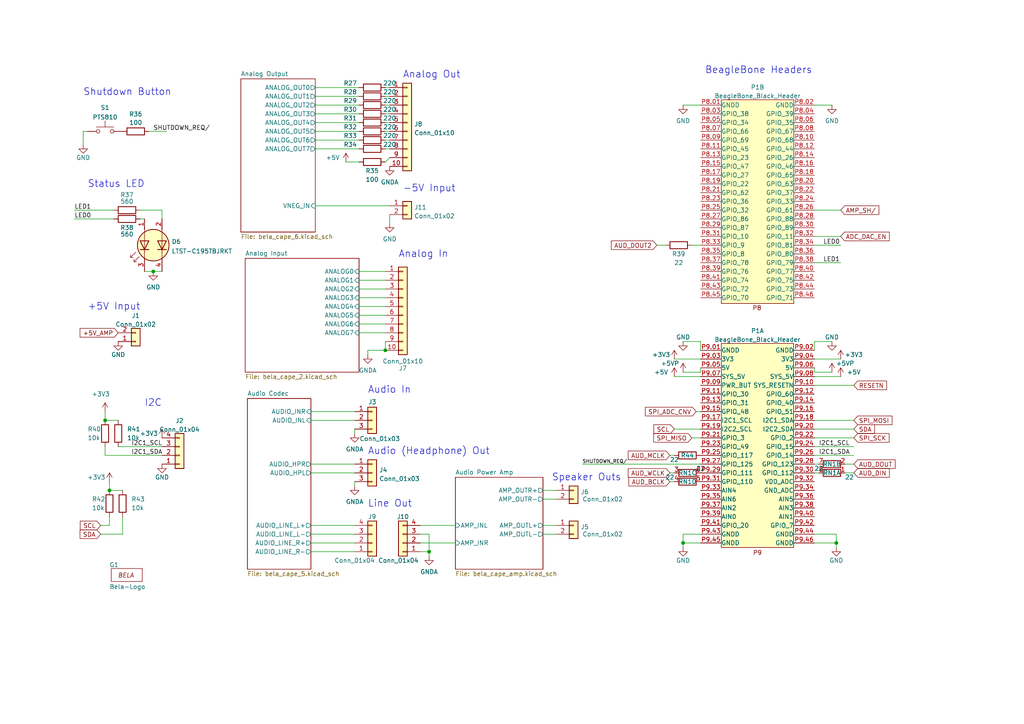
<source format=kicad_sch>
(kicad_sch (version 20211123) (generator eeschema)
  (paper "A4")
  (title_block (title "Bela Cape") (date "2022-10-03") (rev "C1") (company "Augmented Instruments Ltd."))
  (lib_symbols
    (symbol "Bela:BeagleBone_Black_Header" (pin_names (offset 0.002))
      (property "Reference" "P" (at -0.5842 -29.1846 0))
      (property "Value" "BeagleBone_Black_Header" (at 0.127 3.302 90))
      (symbol "BeagleBone_Black_Header_1_0"
        (text "P9" (at -0.0254 -26.9494 0) (effects (font (size 1.27 1.27))))
      )
      (symbol "BeagleBone_Black_Header_1_1"
        (rectangle (start -10.5156 33.7312) (end 10.4902 -25.4254) (stroke (width 0.18)) (fill (type background)))
        (pin power_in line (at -16.51 31.75 0) (length 6) (name "GNDD") (number "P9.01"))
        (pin power_in line (at 16.51 31.75 180) (length 6) (name "GNDD") (number "P9.02"))
        (pin power_out line (at -16.51 29.21 0) (length 6) (name "3V3") (number "P9.03"))
        (pin power_out line (at 16.51 29.21 180) (length 6) (name "3V3") (number "P9.04"))
        (pin power_out line (at -16.51 26.67 0) (length 6) (name "5V") (number "P9.05"))
        (pin power_out line (at 16.51 26.67 180) (length 6) (name "5V") (number "P9.06"))
        (pin power_out line (at -16.51 24.13 0) (length 6) (name "SYS_5V") (number "P9.07"))
        (pin power_out line (at 16.51 24.13 180) (length 6) (name "SYS_5V") (number "P9.08"))
        (pin passive line (at -16.51 21.59 0) (length 6) (name "PWR_BUT") (number "P9.09"))
        (pin passive line (at 16.51 21.59 180) (length 6) (name "SYS_RESETN") (number "P9.10"))
        (pin bidirectional line (at -16.51 19.05 0) (length 6) (name "GPIO_30") (number "P9.11"))
        (pin bidirectional line (at 16.51 19.05 180) (length 6) (name "GPIO_60") (number "P9.12"))
        (pin bidirectional line (at -16.51 16.51 0) (length 6) (name "GPIO_31") (number "P9.13"))
        (pin bidirectional line (at 16.51 16.51 180) (length 6) (name "GPIO_40") (number "P9.14"))
        (pin bidirectional line (at -16.51 13.97 0) (length 6) (name "GPIO_48") (number "P9.15"))
        (pin bidirectional line (at 16.51 13.97 180) (length 6) (name "GPIO_51") (number "P9.16"))
        (pin passive line (at -16.51 11.43 0) (length 6) (name "I2C1_SCL") (number "P9.17"))
        (pin passive line (at 16.51 11.43 180) (length 6) (name "I2C1_SDA") (number "P9.18"))
        (pin passive line (at -16.51 8.89 0) (length 6) (name "I2C2_SCL") (number "P9.19"))
        (pin passive line (at 16.51 8.89 180) (length 6) (name "I2C2_SDA") (number "P9.20"))
        (pin bidirectional line (at -16.51 6.35 0) (length 6) (name "GPIO_3") (number "P9.21"))
        (pin bidirectional line (at 16.51 6.35 180) (length 6) (name "GPIO_2") (number "P9.22"))
        (pin bidirectional line (at -16.51 3.81 0) (length 6) (name "GPIO_49") (number "P9.23"))
        (pin bidirectional line (at 16.51 3.81 180) (length 6) (name "GPIO_15") (number "P9.24"))
        (pin bidirectional line (at -16.51 1.27 0) (length 6) (name "GPIO_117") (number "P9.25"))
        (pin bidirectional line (at 16.51 1.27 180) (length 6) (name "GPIO_14") (number "P9.26"))
        (pin bidirectional line (at -16.51 -1.27 0) (length 6) (name "GPIO_125") (number "P9.27"))
        (pin bidirectional line (at 16.51 -1.27 180) (length 6) (name "GPIO_123") (number "P9.28"))
        (pin bidirectional line (at -16.51 -3.81 0) (length 6) (name "GPIO_111") (number "P9.29"))
        (pin bidirectional line (at 16.51 -3.81 180) (length 6) (name "GPIO_112") (number "P9.30"))
        (pin bidirectional line (at -16.51 -6.35 0) (length 6) (name "GPIO_110") (number "P9.31"))
        (pin passive line (at 16.51 -6.35 180) (length 6) (name "VDD_ADC") (number "P9.32"))
        (pin passive line (at -16.51 -8.89 0) (length 6) (name "AIN4") (number "P9.33"))
        (pin passive line (at 16.51 -8.89 180) (length 6) (name "GND_ADC") (number "P9.34"))
        (pin passive line (at -16.51 -11.43 0) (length 6) (name "AIN6") (number "P9.35"))
        (pin passive line (at 16.51 -11.43 180) (length 6) (name "AIN5") (number "P9.36"))
        (pin passive line (at -16.51 -13.97 0) (length 6) (name "AIN2") (number "P9.37"))
        (pin passive line (at 16.51 -13.97 180) (length 6) (name "AIN3") (number "P9.38"))
        (pin passive line (at -16.51 -16.51 0) (length 6) (name "AIN0") (number "P9.39"))
        (pin passive line (at 16.51 -16.51 180) (length 6) (name "AIN1") (number "P9.40"))
        (pin bidirectional line (at -16.51 -19.05 0) (length 6) (name "GPIO_20") (number "P9.41"))
        (pin bidirectional line (at 16.51 -19.05 180) (length 6) (name "GPIO_7") (number "P9.42"))
        (pin power_in line (at -16.51 -21.59 0) (length 6) (name "GNDD") (number "P9.43"))
        (pin power_in line (at 16.51 -21.59 180) (length 6) (name "GNDD") (number "P9.44"))
        (pin power_in line (at -16.51 -24.13 0) (length 6) (name "GNDD") (number "P9.45"))
        (pin power_in line (at 16.51 -24.13 180) (length 6) (name "GNDD") (number "P9.46"))
      )
      (symbol "BeagleBone_Black_Header_2_0"
        (text "P8" (at -0.1524 -27.0764 0) (effects (font (size 1.27 1.27))))
      )
      (symbol "BeagleBone_Black_Header_2_1"
        (rectangle (start -10.5156 33.274) (end 10.541 -25.781) (stroke (width 0.18)) (fill (type background)))
        (pin power_in line (at -16.51 31.75 0) (length 6) (name "GNDD") (number "P8.01"))
        (pin power_in line (at 16.51 31.75 180) (length 6) (name "GNDD") (number "P8.02"))
        (pin bidirectional line (at -16.51 29.21 0) (length 6) (name "GPIO_38") (number "P8.03"))
        (pin bidirectional line (at 16.51 29.21 180) (length 6) (name "GPIO_39") (number "P8.04"))
        (pin bidirectional line (at -16.51 26.67 0) (length 6) (name "GPIO_34") (number "P8.05"))
        (pin bidirectional line (at 16.51 26.67 180) (length 6) (name "GPIO_35") (number "P8.06"))
        (pin bidirectional line (at -16.51 24.13 0) (length 6) (name "GPIO_66") (number "P8.07"))
        (pin bidirectional line (at 16.51 24.13 180) (length 6) (name "GPIO_67") (number "P8.08"))
        (pin bidirectional line (at -16.51 21.59 0) (length 6) (name "GPIO_69") (number "P8.09"))
        (pin bidirectional line (at 16.51 21.59 180) (length 6) (name "GPIO_68") (number "P8.10"))
        (pin bidirectional line (at -16.51 19.05 0) (length 6) (name "GPIO_45") (number "P8.11"))
        (pin bidirectional line (at 16.51 19.05 180) (length 6) (name "GPIO_44") (number "P8.12"))
        (pin bidirectional line (at -16.51 16.51 0) (length 6) (name "GPIO_23") (number "P8.13"))
        (pin bidirectional line (at 16.51 16.51 180) (length 6) (name "GPIO_26") (number "P8.14"))
        (pin bidirectional line (at -16.51 13.97 0) (length 6) (name "GPIO_47") (number "P8.15"))
        (pin bidirectional line (at 16.51 13.97 180) (length 6) (name "GPIO_46") (number "P8.16"))
        (pin bidirectional line (at -16.51 11.43 0) (length 6) (name "GPIO_27") (number "P8.17"))
        (pin bidirectional line (at 16.51 11.43 180) (length 6) (name "GPIO_65") (number "P8.18"))
        (pin bidirectional line (at -16.51 8.89 0) (length 6) (name "GPIO_22") (number "P8.19"))
        (pin bidirectional line (at 16.51 8.89 180) (length 6) (name "GPIO_63") (number "P8.20"))
        (pin bidirectional line (at -16.51 6.35 0) (length 6) (name "GPIO_62") (number "P8.21"))
        (pin bidirectional line (at 16.51 6.35 180) (length 6) (name "GPIO_37") (number "P8.22"))
        (pin bidirectional line (at -16.51 3.81 0) (length 6) (name "GPIO_36") (number "P8.23"))
        (pin bidirectional line (at 16.51 3.81 180) (length 6) (name "GPIO_33") (number "P8.24"))
        (pin bidirectional line (at -16.51 1.27 0) (length 6) (name "GPIO_32") (number "P8.25"))
        (pin bidirectional line (at 16.51 1.27 180) (length 6) (name "GPIO_61") (number "P8.26"))
        (pin bidirectional line (at -16.51 -1.27 0) (length 6) (name "GPIO_86") (number "P8.27"))
        (pin bidirectional line (at 16.51 -1.27 180) (length 6) (name "GPIO_88") (number "P8.28"))
        (pin bidirectional line (at -16.51 -3.81 0) (length 6) (name "GPIO_87") (number "P8.29"))
        (pin bidirectional line (at 16.51 -3.81 180) (length 6) (name "GPIO_89") (number "P8.30"))
        (pin bidirectional line (at -16.51 -6.35 0) (length 6) (name "GPIO_10") (number "P8.31"))
        (pin bidirectional line (at 16.51 -6.35 180) (length 6) (name "GPIO_11") (number "P8.32"))
        (pin bidirectional line (at -16.51 -8.89 0) (length 6) (name "GPIO_9") (number "P8.33"))
        (pin bidirectional line (at 16.51 -8.89 180) (length 6) (name "GPIO_81") (number "P8.34"))
        (pin bidirectional line (at -16.51 -11.43 0) (length 6) (name "GPIO_8") (number "P8.35"))
        (pin bidirectional line (at 16.51 -11.43 180) (length 6) (name "GPIO_80") (number "P8.36"))
        (pin bidirectional line (at -16.51 -13.97 0) (length 6) (name "GPIO_78") (number "P8.37"))
        (pin bidirectional line (at 16.51 -13.97 180) (length 6) (name "GPIO_79") (number "P8.38"))
        (pin bidirectional line (at -16.51 -16.51 0) (length 6) (name "GPIO_76") (number "P8.39"))
        (pin bidirectional line (at 16.51 -16.51 180) (length 6) (name "GPIO_77") (number "P8.40"))
        (pin bidirectional line (at -16.51 -19.05 0) (length 6) (name "GPIO_74") (number "P8.41"))
        (pin bidirectional line (at 16.51 -19.05 180) (length 6) (name "GPIO_75") (number "P8.42"))
        (pin bidirectional line (at -16.51 -21.59 0) (length 6) (name "GPIO_72") (number "P8.43"))
        (pin bidirectional line (at 16.51 -21.59 180) (length 6) (name "GPIO_73") (number "P8.44"))
        (pin bidirectional line (at -16.51 -24.13 0) (length 6) (name "GPIO_70") (number "P8.45"))
        (pin bidirectional line (at 16.51 -24.13 180) (length 6) (name "GPIO_71") (number "P8.46"))
      )
    )
    (symbol "Bela:Bela-Logo" (pin_numbers hide) (pin_names (offset 0) hide) (in_bom no)
      (property "Reference" "G" (at 0 0 0))
      (property "Value" "Bela-Logo" (at 0.0508 1.9812 0))
      (symbol "Bela-Logo_0_0"
        (text "" (at -8.2804 -10.668 0) (effects (font (size 1.27 1.27))))
        (text "" (at -5.3594 -2.286 0) (effects (font (size 1.27 1.27))))
        (text "BELA" (at -0.3048 5.8674 0) (effects (font (size 1.27 1.27) italic)))
      )
      (symbol "Bela-Logo_0_1"
        (rectangle (start -4.572 7.8232) (end 4.4196 4.064))
      )
    )
    (symbol "Connector_Generic:Conn_01x02" (pin_names (offset 1.016) hide)
      (property "Reference" "J" (at 0 2.54 0))
      (property "Value" "Conn_01x02" (at 0 -5.08 0))
      (symbol "Conn_01x02_1_1"
        (rectangle (start -1.27 -2.413) (end 0 -2.667) (stroke (width 0.1524)))
        (rectangle (start -1.27 0.127) (end 0 -0.127) (stroke (width 0.1524)))
        (rectangle (start -1.27 1.27) (end 1.27 -3.81) (stroke (width 0.254)) (fill (type background)))
        (pin passive line (at -5.08 0 0) (length 3.81) (name "Pin_1") (number "1"))
        (pin passive line (at -5.08 -2.54 0) (length 3.81) (name "Pin_2") (number "2"))
      )
    )
    (symbol "Connector_Generic:Conn_01x03" (pin_names (offset 1.016) hide)
      (property "Reference" "J" (at 0 5.08 0))
      (property "Value" "Conn_01x03" (at 0 -5.08 0))
      (symbol "Conn_01x03_1_1"
        (rectangle (start -1.27 -2.413) (end 0 -2.667) (stroke (width 0.1524)))
        (rectangle (start -1.27 0.127) (end 0 -0.127) (stroke (width 0.1524)))
        (rectangle (start -1.27 2.667) (end 0 2.413) (stroke (width 0.1524)))
        (rectangle (start -1.27 3.81) (end 1.27 -3.81) (stroke (width 0.254)) (fill (type background)))
        (pin passive line (at -5.08 2.54 0) (length 3.81) (name "Pin_1") (number "1"))
        (pin passive line (at -5.08 0 0) (length 3.81) (name "Pin_2") (number "2"))
        (pin passive line (at -5.08 -2.54 0) (length 3.81) (name "Pin_3") (number "3"))
      )
    )
    (symbol "Connector_Generic:Conn_01x04" (pin_names (offset 1.016) hide)
      (property "Reference" "J" (at 0 5.08 0))
      (property "Value" "Conn_01x04" (at 0 -7.62 0))
      (symbol "Conn_01x04_1_1"
        (rectangle (start -1.27 -4.953) (end 0 -5.207) (stroke (width 0.1524)))
        (rectangle (start -1.27 -2.413) (end 0 -2.667) (stroke (width 0.1524)))
        (rectangle (start -1.27 0.127) (end 0 -0.127) (stroke (width 0.1524)))
        (rectangle (start -1.27 2.667) (end 0 2.413) (stroke (width 0.1524)))
        (rectangle (start -1.27 3.81) (end 1.27 -6.35) (stroke (width 0.254)) (fill (type background)))
        (pin passive line (at -5.08 2.54 0) (length 3.81) (name "Pin_1") (number "1"))
        (pin passive line (at -5.08 0 0) (length 3.81) (name "Pin_2") (number "2"))
        (pin passive line (at -5.08 -2.54 0) (length 3.81) (name "Pin_3") (number "3"))
        (pin passive line (at -5.08 -5.08 0) (length 3.81) (name "Pin_4") (number "4"))
      )
    )
    (symbol "Connector_Generic:Conn_01x10" (pin_names (offset 1.016) hide)
      (property "Reference" "J" (at 0 12.7 0))
      (property "Value" "Conn_01x10" (at 0 -15.24 0))
      (symbol "Conn_01x10_1_1"
        (rectangle (start -1.27 -12.573) (end 0 -12.827) (stroke (width 0.1524)))
        (rectangle (start -1.27 -10.033) (end 0 -10.287) (stroke (width 0.1524)))
        (rectangle (start -1.27 -7.493) (end 0 -7.747) (stroke (width 0.1524)))
        (rectangle (start -1.27 -4.953) (end 0 -5.207) (stroke (width 0.1524)))
        (rectangle (start -1.27 -2.413) (end 0 -2.667) (stroke (width 0.1524)))
        (rectangle (start -1.27 0.127) (end 0 -0.127) (stroke (width 0.1524)))
        (rectangle (start -1.27 2.667) (end 0 2.413) (stroke (width 0.1524)))
        (rectangle (start -1.27 5.207) (end 0 4.953) (stroke (width 0.1524)))
        (rectangle (start -1.27 7.747) (end 0 7.493) (stroke (width 0.1524)))
        (rectangle (start -1.27 10.287) (end 0 10.033) (stroke (width 0.1524)))
        (rectangle (start -1.27 11.43) (end 1.27 -13.97) (stroke (width 0.254)) (fill (type background)))
        (pin passive line (at -5.08 10.16 0) (length 3.81) (name "Pin_1") (number "1"))
        (pin passive line (at -5.08 -12.7 0) (length 3.81) (name "Pin_10") (number "10"))
        (pin passive line (at -5.08 7.62 0) (length 3.81) (name "Pin_2") (number "2"))
        (pin passive line (at -5.08 5.08 0) (length 3.81) (name "Pin_3") (number "3"))
        (pin passive line (at -5.08 2.54 0) (length 3.81) (name "Pin_4") (number "4"))
        (pin passive line (at -5.08 0 0) (length 3.81) (name "Pin_5") (number "5"))
        (pin passive line (at -5.08 -2.54 0) (length 3.81) (name "Pin_6") (number "6"))
        (pin passive line (at -5.08 -5.08 0) (length 3.81) (name "Pin_7") (number "7"))
        (pin passive line (at -5.08 -7.62 0) (length 3.81) (name "Pin_8") (number "8"))
        (pin passive line (at -5.08 -10.16 0) (length 3.81) (name "Pin_9") (number "9"))
      )
    )
    (symbol "Device:LED_Dual_AAKK" (pin_names (offset 0) hide)
      (property "Reference" "D" (at 0 5.715 0))
      (property "Value" "LED_Dual_AAKK" (at 0 -6.35 0))
      (symbol "LED_Dual_AAKK_0_1"
        (polyline (pts (xy -5.08 -2.54) (xy 2.032 -2.54)))
        (polyline (pts (xy -5.08 2.54) (xy 2.032 2.54)))
        (polyline (pts (xy 1.27 -1.27) (xy 1.27 -3.81)) (stroke (width 0.254)))
        (polyline (pts (xy 1.27 3.81) (xy 1.27 1.27)) (stroke (width 0.254)))
        (polyline (pts (xy 3.81 -2.54) (xy 1.905 -2.54)))
        (polyline (pts (xy 3.81 2.54) (xy 1.905 2.54)))
        (polyline (pts (xy -1.27 -1.27) (xy -1.27 -3.81) (xy 1.27 -2.54) (xy -1.27 -1.27)) (stroke (width 0.254)))
        (polyline (pts (xy -1.27 3.81) (xy -1.27 1.27) (xy 1.27 2.54) (xy -1.27 3.81)) (stroke (width 0.254)))
        (polyline (pts (xy 2.032 5.08) (xy 3.556 6.604) (xy 2.794 6.604) (xy 3.556 6.604) (xy 3.556 5.842)))
        (polyline (pts (xy 3.302 4.064) (xy 4.826 5.588) (xy 4.064 5.588) (xy 4.826 5.588) (xy 4.826 4.826)))
        (circle (center 0 0) (radius 4.572) (stroke (width 0.254)) (fill (type background)))
      )
      (symbol "LED_Dual_AAKK_1_1"
        (pin input line (at -7.62 2.54 0) (length 3.048) (name "A1") (number "1"))
        (pin input line (at -7.62 -2.54 0) (length 3.048) (name "A2") (number "2"))
        (pin input line (at 7.62 2.54 180) (length 3.81) (name "K1") (number "3"))
        (pin input line (at 7.62 -2.54 180) (length 3.81) (name "K2") (number "4"))
      )
    )
    (symbol "Device:R" (pin_numbers hide) (pin_names (offset 0))
      (property "Reference" "R" (at 2.032 0 90))
      (property "Value" "R" (at 0 0 90))
      (symbol "R_0_1"
        (rectangle (start -1.016 -2.54) (end 1.016 2.54) (stroke (width 0.254)))
      )
      (symbol "R_1_1"
        (pin passive line (at 0 3.81 270) (length 1.27) (name "~") (number "1"))
        (pin passive line (at 0 -3.81 90) (length 1.27) (name "~") (number "2"))
      )
    )
    (symbol "Device:R_Pack04_Split" (pin_names (offset 0) hide)
      (property "Reference" "RN" (at 2.032 0 90))
      (property "Value" "R_Pack04_Split" (at 0 0 90))
      (symbol "R_Pack04_Split_0_1"
        (rectangle (start 1.016 2.54) (end -1.016 -2.54) (stroke (width 0.254)))
      )
      (symbol "R_Pack04_Split_1_1"
        (pin passive line (at 0 -3.81 90) (length 1.27) (name "R1.1") (number "1"))
        (pin passive line (at 0 3.81 270) (length 1.27) (name "R1.2") (number "8"))
      )
      (symbol "R_Pack04_Split_2_1"
        (pin passive line (at 0 -3.81 90) (length 1.27) (name "R2.1") (number "2"))
        (pin passive line (at 0 3.81 270) (length 1.27) (name "R2.2") (number "7"))
      )
      (symbol "R_Pack04_Split_3_1"
        (pin passive line (at 0 -3.81 90) (length 1.27) (name "R3.1") (number "3"))
        (pin passive line (at 0 3.81 270) (length 1.27) (name "R3.2") (number "6"))
      )
      (symbol "R_Pack04_Split_4_1"
        (pin passive line (at 0 -3.81 90) (length 1.27) (name "R4.1") (number "4"))
        (pin passive line (at 0 3.81 270) (length 1.27) (name "R4.2") (number "5"))
      )
    )
    (symbol "Switch:SW_Push" (pin_numbers hide) (pin_names (offset 1.016) hide)
      (property "Reference" "SW" (at 1.27 2.54 0))
      (property "Value" "SW_Push" (at 0 -1.524 0))
      (symbol "SW_Push_0_1"
        (circle (center -2.032 0) (radius 0.508))
        (polyline (pts (xy 0 1.27) (xy 0 3.048)))
        (polyline (pts (xy 2.54 1.27) (xy -2.54 1.27)))
        (circle (center 2.032 0) (radius 0.508))
        (pin passive line (at -5.08 0 0) (length 2.54) (name "1") (number "1"))
        (pin passive line (at 5.08 0 180) (length 2.54) (name "2") (number "2"))
      )
    )
    (symbol "power:+3V3" (power) (pin_names (offset 0))
      (property "Value" "+3V3" (at 0 3.556 0))
      (symbol "+3V3_0_1"
        (polyline (pts (xy -0.762 1.27) (xy 0 2.54)))
        (polyline (pts (xy 0 0) (xy 0 2.54)))
        (polyline (pts (xy 0 2.54) (xy 0.762 1.27)))
      )
      (symbol "+3V3_1_1"
        (pin power_in line (at 0 0 90) (length 0) hide (name "+3V3") (number "1"))
      )
    )
    (symbol "power:+5V" (power) (pin_names (offset 0))
      (property "Value" "+5V" (at 0 3.556 0))
      (symbol "+5V_0_1"
        (polyline (pts (xy -0.762 1.27) (xy 0 2.54)))
        (polyline (pts (xy 0 0) (xy 0 2.54)))
        (polyline (pts (xy 0 2.54) (xy 0.762 1.27)))
      )
      (symbol "+5V_1_1"
        (pin power_in line (at 0 0 90) (length 0) hide (name "+5V") (number "1"))
      )
    )
    (symbol "power:+5VP" (power) (pin_names (offset 0))
      (property "Value" "+5VP" (at 0 3.556 0))
      (symbol "+5VP_0_1"
        (polyline (pts (xy -0.762 1.27) (xy 0 2.54)))
        (polyline (pts (xy 0 0) (xy 0 2.54)))
        (polyline (pts (xy 0 2.54) (xy 0.762 1.27)))
      )
      (symbol "+5VP_1_1"
        (pin power_in line (at 0 0 90) (length 0) hide (name "+5VP") (number "1"))
      )
    )
    (symbol "power:GND" (power) (pin_names (offset 0))
      (property "Value" "GND" (at 0 -3.81 0))
      (symbol "GND_0_1"
        (polyline (pts (xy 0 0) (xy 0 -1.27) (xy 1.27 -1.27) (xy 0 -2.54) (xy -1.27 -1.27) (xy 0 -1.27)))
      )
      (symbol "GND_1_1"
        (pin power_in line (at 0 0 270) (length 0) hide (name "GND") (number "1"))
      )
    )
    (symbol "power:GNDA" (power) (pin_names (offset 0))
      (property "Value" "GNDA" (at 0 -3.81 0))
      (symbol "GNDA_0_1"
        (polyline (pts (xy 0 0) (xy 0 -1.27) (xy 1.27 -1.27) (xy 0 -2.54) (xy -1.27 -1.27) (xy 0 -1.27)))
      )
      (symbol "GNDA_1_1"
        (pin power_in line (at 0 0 270) (length 0) hide (name "GNDA") (number "1"))
      )
    )
  )
  (junction (at 198.12 157.48))
  (junction (at 242.57 157.48))
  (junction (at 111.76 101.6))
  (junction (at 30.48 121.92))
  (junction (at 31.75 142.24))
  (junction (at 44.45 78.74))
  (junction (at 124.46 160.02))
  (wire (pts (xy 111.76 27.94) (xy 113.03 27.94)))
  (wire (pts (xy 203.2 107.95) (xy 203.2 106.68)))
  (wire (pts (xy 31.75 142.24) (xy 35.56 142.24)))
  (wire (pts (xy 241.3 107.95) (xy 236.22 107.95)))
  (wire (pts (xy 104.14 96.52) (xy 111.76 96.52)))
  (wire (pts (xy 201.93 119.38) (xy 203.2 119.38)))
  (wire (pts (xy 30.48 121.92) (xy 34.29 121.92)))
  (wire (pts (xy 104.14 83.82) (xy 111.76 83.82)))
  (wire (pts (xy 102.87 139.7) (xy 102.87 140.97)))
  (wire (pts (xy 236.22 30.48) (xy 241.3 30.48)))
  (wire (pts (xy 43.18 38.1) (xy 48.26 38.1)))
  (wire (pts (xy 236.22 99.06) (xy 236.22 101.6)))
  (wire (pts (xy 168.91 134.62) (xy 203.2 134.62)))
  (wire (pts (xy 242.57 154.94) (xy 242.57 157.48)))
  (wire (pts (xy 102.87 154.94) (xy 90.17 154.94)))
  (wire (pts (xy 161.29 142.24) (xy 157.48 142.24)))
  (wire (pts (xy 102.87 160.02) (xy 90.17 160.02)))
  (wire (pts (xy 236.22 124.46) (xy 247.65 124.46)))
  (wire (pts (xy 111.76 99.06) (xy 111.76 101.6)))
  (wire (pts (xy 200.66 127) (xy 203.2 127)))
  (wire (pts (xy 161.29 152.4) (xy 157.48 152.4)))
  (wire (pts (xy 91.44 27.94) (xy 104.14 27.94)))
  (wire (pts (xy 46.99 60.96) (xy 46.99 63.5)))
  (wire (pts (xy 243.84 68.58) (xy 236.22 68.58)))
  (wire (pts (xy 91.44 33.02) (xy 104.14 33.02)))
  (wire (pts (xy 124.46 160.02) (xy 124.46 161.29)))
  (wire (pts (xy 198.12 107.95) (xy 203.2 107.95)))
  (wire (pts (xy 102.87 125.73) (xy 102.87 124.46)))
  (wire (pts (xy 245.11 134.62) (xy 247.65 134.62)))
  (wire (pts (xy 236.22 154.94) (xy 242.57 154.94)))
  (wire (pts (xy 44.45 78.74) (xy 46.99 78.74)))
  (wire (pts (xy 29.21 154.94) (xy 35.56 154.94)))
  (wire (pts (xy 102.87 152.4) (xy 90.17 152.4)))
  (wire (pts (xy 25.4 38.1) (xy 24.13 38.1)))
  (wire (pts (xy 121.92 152.4) (xy 132.08 152.4)))
  (wire (pts (xy 121.92 160.02) (xy 124.46 160.02)))
  (wire (pts (xy 195.58 109.22) (xy 203.2 109.22)))
  (wire (pts (xy 111.76 38.1) (xy 113.03 38.1)))
  (wire (pts (xy 111.76 43.18) (xy 113.03 43.18)))
  (wire (pts (xy 106.68 102.87) (xy 106.68 101.6)))
  (wire (pts (xy 124.46 154.94) (xy 124.46 160.02)))
  (wire (pts (xy 194.31 139.7) (xy 195.58 139.7)))
  (wire (pts (xy 111.76 25.4) (xy 113.03 25.4)))
  (wire (pts (xy 35.56 149.86) (xy 35.56 154.94)))
  (wire (pts (xy 104.14 93.98) (xy 111.76 93.98)))
  (wire (pts (xy 121.92 154.94) (xy 124.46 154.94)))
  (wire (pts (xy 90.17 119.38) (xy 102.87 119.38)))
  (wire (pts (xy 236.22 71.12) (xy 243.84 71.12)))
  (wire (pts (xy 111.76 46.99) (xy 113.03 45.72)))
  (wire (pts (xy 241.3 99.06) (xy 236.22 99.06)))
  (wire (pts (xy 104.14 81.28) (xy 111.76 81.28)))
  (wire (pts (xy 194.31 132.08) (xy 195.58 132.08)))
  (wire (pts (xy 195.58 104.14) (xy 203.2 104.14)))
  (wire (pts (xy 200.66 71.12) (xy 203.2 71.12)))
  (wire (pts (xy 236.22 104.14) (xy 243.84 104.14)))
  (wire (pts (xy 30.48 132.08) (xy 30.48 129.54)))
  (wire (pts (xy 91.44 59.69) (xy 113.03 59.69)))
  (wire (pts (xy 40.64 60.96) (xy 46.99 60.96)))
  (wire (pts (xy 245.11 137.16) (xy 247.65 137.16)))
  (wire (pts (xy 161.29 144.78) (xy 157.48 144.78)))
  (wire (pts (xy 195.58 124.46) (xy 203.2 124.46)))
  (wire (pts (xy 102.87 157.48) (xy 90.17 157.48)))
  (wire (pts (xy 91.44 43.18) (xy 104.14 43.18)))
  (wire (pts (xy 21.59 60.96) (xy 33.02 60.96)))
  (wire (pts (xy 91.44 40.64) (xy 104.14 40.64)))
  (wire (pts (xy 236.22 111.76) (xy 247.65 111.76)))
  (wire (pts (xy 111.76 35.56) (xy 113.03 35.56)))
  (wire (pts (xy 21.59 63.5) (xy 33.02 63.5)))
  (wire (pts (xy 90.17 134.62) (xy 102.87 134.62)))
  (wire (pts (xy 198.12 99.06) (xy 203.2 99.06)))
  (wire (pts (xy 236.22 129.54) (xy 247.65 129.54)))
  (wire (pts (xy 104.14 78.74) (xy 111.76 78.74)))
  (wire (pts (xy 29.21 152.4) (xy 31.75 152.4)))
  (wire (pts (xy 198.12 154.94) (xy 198.12 157.48)))
  (wire (pts (xy 236.22 107.95) (xy 236.22 106.68)))
  (wire (pts (xy 198.12 30.48) (xy 203.2 30.48)))
  (wire (pts (xy 190.5 71.12) (xy 193.04 71.12)))
  (wire (pts (xy 104.14 86.36) (xy 111.76 86.36)))
  (wire (pts (xy 104.14 88.9) (xy 111.76 88.9)))
  (wire (pts (xy 90.17 121.92) (xy 102.87 121.92)))
  (wire (pts (xy 91.44 35.56) (xy 104.14 35.56)))
  (wire (pts (xy 90.17 137.16) (xy 102.87 137.16)))
  (wire (pts (xy 106.68 101.6) (xy 111.76 101.6)))
  (wire (pts (xy 203.2 99.06) (xy 203.2 101.6)))
  (wire (pts (xy 41.91 78.74) (xy 44.45 78.74)))
  (wire (pts (xy 111.76 30.48) (xy 113.03 30.48)))
  (wire (pts (xy 236.22 121.92) (xy 247.65 121.92)))
  (wire (pts (xy 24.13 38.1) (xy 24.13 41.91)))
  (wire (pts (xy 237.49 134.62) (xy 236.22 134.62)))
  (wire (pts (xy 242.57 157.48) (xy 242.57 158.75)))
  (wire (pts (xy 161.29 154.94) (xy 157.48 154.94)))
  (wire (pts (xy 236.22 60.96) (xy 243.84 60.96)))
  (wire (pts (xy 91.44 30.48) (xy 104.14 30.48)))
  (wire (pts (xy 100.33 46.99) (xy 104.14 46.99)))
  (wire (pts (xy 236.22 127) (xy 247.65 127)))
  (wire (pts (xy 104.14 91.44) (xy 111.76 91.44)))
  (wire (pts (xy 198.12 157.48) (xy 203.2 157.48)))
  (wire (pts (xy 31.75 149.86) (xy 31.75 152.4)))
  (wire (pts (xy 113.03 62.23) (xy 113.03 64.77)))
  (wire (pts (xy 111.76 40.64) (xy 113.03 40.64)))
  (wire (pts (xy 194.31 137.16) (xy 195.58 137.16)))
  (wire (pts (xy 203.2 154.94) (xy 198.12 154.94)))
  (wire (pts (xy 31.75 139.7) (xy 31.75 142.24)))
  (wire (pts (xy 198.12 157.48) (xy 198.12 158.75)))
  (wire (pts (xy 121.92 157.48) (xy 132.08 157.48)))
  (wire (pts (xy 40.64 63.5) (xy 41.91 63.5)))
  (wire (pts (xy 236.22 157.48) (xy 242.57 157.48)))
  (wire (pts (xy 237.49 137.16) (xy 236.22 137.16)))
  (wire (pts (xy 34.29 129.54) (xy 46.99 129.54)))
  (wire (pts (xy 91.44 25.4) (xy 104.14 25.4)))
  (wire (pts (xy 30.48 119.38) (xy 30.48 121.92)))
  (wire (pts (xy 236.22 109.22) (xy 243.84 109.22)))
  (wire (pts (xy 111.76 33.02) (xy 113.03 33.02)))
  (wire (pts (xy 91.44 38.1) (xy 104.14 38.1)))
  (wire (pts (xy 236.22 132.08) (xy 247.65 132.08)))
  (wire (pts (xy 236.22 76.2) (xy 243.84 76.2)))
  (wire (pts (xy 30.48 132.08) (xy 46.99 132.08)))
  (text "Audio (Headphone) Out" (at 106.68 132.08 0) (effects (font (size 2 2)) (justify left bottom)))
  (text "Analog Out" (at 116.84 22.86 0) (effects (font (size 2 2)) (justify left bottom)))
  (text "I2C" (at 41.91 118.11 0) (effects (font (size 2 2)) (justify left bottom)))
  (text "Audio In" (at 106.68 114.3 0) (effects (font (size 2 2)) (justify left bottom)))
  (text "BeagleBone Headers" (at 204.47 21.59 0) (effects (font (size 2 2)) (justify left bottom)))
  (text "Analog In" (at 115.57 74.93 0) (effects (font (size 2 2)) (justify left bottom)))
  (text "Status LED" (at 25.4 54.61 0) (effects (font (size 2 2)) (justify left bottom)))
  (text "-5V Input" (at 116.84 55.88 0) (effects (font (size 2 2)) (justify left bottom)))
  (text "Shutdown Button" (at 24.13 27.94 0) (effects (font (size 2 2)) (justify left bottom)))
  (text "+5V Input" (at 25.4 90.17 0) (effects (font (size 2 2)) (justify left bottom)))
  (text "Line Out" (at 106.68 147.32 0) (effects (font (size 2 2)) (justify left bottom)))
  (text "Speaker Outs" (at 160.02 139.7 0) (effects (font (size 2 2)) (justify left bottom)))
  (label "LED0" (at 21.59 63.5 0))
  (label "LED1" (at 21.59 60.96 0))
  (label "I2C1_SCL" (at 237.49 129.54 0))
  (label "LED0" (at 238.76 71.12 0))
  (label "SHUTDOWN_REQ{slash}" (at 168.91 134.62 0) (effects (font (size 1 1))))
  (label "I2C1_SDA" (at 38.1 132.08 0))
  (label "SHUTDOWN_REQ{slash}" (at 44.45 38.1 0))
  (label "I2C1_SDA" (at 237.49 132.08 0))
  (label "LED1" (at 238.76 76.2 0))
  (label "I2C1_SCL" (at 38.1 129.54 0))
  (global_label "AUD_DOUT" (shape input) (at 247.65 134.62 0) (property "Intersheet References" "${INTERSHEET_REFS}" (effects hide)))
  (global_label "AUD_MCLK" (shape input) (at 194.31 132.08 180) (property "Intersheet References" "${INTERSHEET_REFS}" (effects hide)))
  (global_label "AUD_WCLK" (shape input) (at 194.31 137.16 180) (property "Intersheet References" "${INTERSHEET_REFS}" (effects hide)))
  (global_label "AMP_SH{slash}" (shape input) (at 243.84 60.96 0) (property "Intersheet References" "${INTERSHEET_REFS}" (effects hide)))
  (global_label "SPI_ADC_CNV" (shape input) (at 201.93 119.38 180) (property "Intersheet References" "${INTERSHEET_REFS}" (effects hide)))
  (global_label "AUD_DIN" (shape input) (at 247.65 137.16 0) (property "Intersheet References" "${INTERSHEET_REFS}" (effects hide)))
  (global_label "SPI_SCK" (shape input) (at 247.65 127 0) (property "Intersheet References" "${INTERSHEET_REFS}" (effects hide)))
  (global_label "AUD_DOUT2" (shape input) (at 190.5 71.12 180) (property "Intersheet References" "${INTERSHEET_REFS}" (effects hide)))
  (global_label "SCL" (shape input) (at 195.58 124.46 180) (property "Intersheet References" "${INTERSHEET_REFS}" (effects hide)))
  (global_label "SPI_MOSI" (shape input) (at 247.65 121.92 0) (property "Intersheet References" "${INTERSHEET_REFS}" (effects hide)))
  (global_label "AUD_BCLK" (shape input) (at 194.31 139.7 180) (property "Intersheet References" "${INTERSHEET_REFS}" (effects hide)))
  (global_label "+5V_AMP" (shape input) (at 34.29 96.52 180) (property "Intersheet References" "${INTERSHEET_REFS}" (effects hide)))
  (global_label "SDA" (shape input) (at 29.21 154.94 180) (property "Intersheet References" "${INTERSHEET_REFS}" (effects hide)))
  (global_label "SPI_MISO" (shape input) (at 200.66 127 180) (property "Intersheet References" "${INTERSHEET_REFS}" (effects hide)))
  (global_label "ADC_DAC_EN" (shape input) (at 243.84 68.58 0) (property "Intersheet References" "${INTERSHEET_REFS}" (effects hide)))
  (global_label "SDA" (shape input) (at 247.65 124.46 0) (property "Intersheet References" "${INTERSHEET_REFS}" (effects hide)))
  (global_label "SCL" (shape input) (at 29.21 152.4 180) (property "Intersheet References" "${INTERSHEET_REFS}" (effects hide)))
  (global_label "RESETN" (shape input) (at 247.65 111.76 0) (property "Intersheet References" "${INTERSHEET_REFS}" (effects hide)))
  (symbol (lib_id "Device:R") (at 35.56 146.05 0) (unit 1)
    (property "Reference" "R43" (at 38.1 144.78 0) (effects (justify left)))
    (property "Value" "10k" (at 38.1 147.32 0) (effects (justify left)))
    (property "Footprint" "Resistor_SMD:R_0603_1608Metric" (effects hide))
  )
  (symbol (lib_id "Connector_Generic:Conn_01x02") (at 118.11 59.69 0) (unit 1)
    (property "Reference" "J11" (at 120.142 60.1253 0) (effects (justify left)))
    (property "Value" "Conn_01x02" (at 120.142 62.6622 0) (effects (justify left)))
    (property "Footprint" "Connector_PinHeader_2.54mm:PinHeader_1x02_P2.54mm_Vertical" (effects hide))
  )
  (symbol (lib_id "Connector_Generic:Conn_01x03") (at 107.95 137.16 0) (unit 1)
    (property "Reference" "J4" (at 109.982 136.3253 0) (effects (justify left)))
    (property "Value" "Conn_01x03" (at 109.982 138.8622 0) (effects (justify left)))
    (property "Footprint" "Connector_Molex:Molex_KK-254_AE-6410-03A_1x03_P2.54mm_Vertical" (effects hide))
  )
  (symbol (lib_id "power:GNDA") (at 106.68 102.87 0) (unit 1)
    (property "Reference" "#PWR073" (effects hide))
    (property "Value" "GNDA" (at 106.68 107.4325 0))
  )
  (symbol (lib_id "power:+3V3") (at 195.58 104.14 0) (unit 1)
    (property "Reference" "#PWR074" (effects hide))
    (property "Value" "+3V3" (at 191.77 102.87 0))
  )
  (symbol (lib_id "Device:R") (at 39.37 38.1 90) (mirror x) (unit 1)
    (property "Reference" "R36" (at 39.37 33.1175 90))
    (property "Value" "100" (at 39.37 35.56 90))
    (property "Footprint" "Resistor_SMD:R_0603_1608Metric" (effects hide))
  )
  (symbol (lib_id "power:+3V3") (at 243.84 104.14 0) (unit 1)
    (property "Reference" "#PWR075" (effects hide))
    (property "Value" "+3V3" (at 247.65 102.87 0))
  )
  (symbol (lib_id "power:+5V") (at 195.58 109.22 0) (unit 1)
    (property "Reference" "#PWR078" (effects hide))
    (property "Value" "+5V" (at 191.77 107.95 0))
  )
  (symbol (lib_id "Connector_Generic:Conn_01x03") (at 107.95 121.92 0) (unit 1)
    (property "Reference" "J3" (at 106.807 116.586 0) (effects (justify left)))
    (property "Value" "Conn_01x03" (at 104.267 127.254 0) (effects (justify left)))
    (property "Footprint" "Connector_Molex:Molex_KK-254_AE-6410-03A_1x03_P2.54mm_Vertical" (effects hide))
  )
  (symbol (lib_id "power:GND") (at 242.57 158.75 0) (mirror y) (unit 1)
    (property "Reference" "#PWR087" (effects hide))
    (property "Value" "GND" (at 242.57 162.56 0))
  )
  (symbol (lib_id "Device:R") (at 36.83 63.5 270) (unit 1)
    (property "Reference" "R38" (at 36.83 66.04 90))
    (property "Value" "560" (at 36.83 67.945 90))
    (property "Footprint" "Resistor_SMD:R_0603_1608Metric" (effects hide))
  )
  (symbol (lib_id "power:+5V") (at 243.84 109.22 0) (unit 1)
    (property "Reference" "#PWR079" (effects hide))
    (property "Value" "+5V" (at 247.65 107.95 0))
  )
  (symbol (lib_id "power:GNDA") (at 102.87 140.97 0) (unit 1)
    (property "Reference" "#PWR085" (effects hide))
    (property "Value" "GNDA" (at 102.87 145.5325 0))
  )
  (symbol (lib_id "power:+3V3") (at 31.75 139.7 0) (unit 1)
    (property "Reference" "#PWR084" (effects hide))
    (property "Value" "+3V3" (at 27.94 138.43 0))
  )
  (symbol (lib_id "power:GND") (at 24.13 41.91 0) (mirror y) (unit 1)
    (property "Reference" "#PWR065" (effects hide))
    (property "Value" "GND" (at 24.13 45.72 0))
  )
  (symbol (lib_id "power:GNDA") (at 102.87 125.73 0) (unit 1)
    (property "Reference" "#PWR081" (effects hide))
    (property "Value" "GNDA" (at 102.87 130.2925 0))
  )
  (symbol (lib_id "power:+5VP") (at 198.12 107.95 0) (unit 1)
    (property "Reference" "#PWR076" (effects hide))
    (property "Value" "+5VP" (at 194.31 105.41 0))
  )
  (symbol (lib_id "Bela:BeagleBone_Black_Header") (at 219.71 62.23 0) (unit 2)
    (property "Reference" "P1" (at 219.7227 25.2932 0))
    (property "Value" "BeagleBone_Black_Header" (at 219.7227 27.8301 0))
    (property "Footprint" "Bela:BeagleBone_Black_Sockets_Board_outline" (effects hide))
  )
  (symbol (lib_id "power:GND") (at 46.99 134.62 0) (mirror y) (unit 1)
    (property "Reference" "#PWR083" (effects hide))
    (property "Value" "GND" (at 46.99 138.43 0))
  )
  (symbol (lib_id "Bela:Bela-Logo") (at 36.83 172.72 0) (unit 1) (in_bom no)
    (property "Reference" "G1" (at 31.75 163.83 0) (effects (justify left)))
    (property "Value" "Bela-Logo" (at 31.75 170.18 0) (effects (justify left)))
    (property "Footprint" "Bela:Bela-Logo_30mm_Silkscreen" (effects hide))
  )
  (symbol (lib_id "Device:R") (at 107.95 40.64 90) (mirror x) (unit 1)
    (property "Reference" "R33" (at 101.6 39.37 90))
    (property "Value" "220" (at 113.03 39.37 90))
    (property "Footprint" "Resistor_SMD:R_0603_1608Metric" (effects hide))
  )
  (symbol (lib_id "Device:LED_Dual_AAKK") (at 44.45 71.12 90) (mirror x) (unit 1)
    (property "Reference" "D6" (at 49.784 70.0845 90) (effects (justify right)))
    (property "Value" "LTST-C195TBJRKT" (at 49.784 72.8596 90) (effects (justify right)))
    (property "Footprint" "LED_SMD:LED_LiteOn_LTST-C19HE1WT" (effects hide))
  )
  (symbol (lib_id "Device:R_Pack04_Split") (at 241.3 137.16 90) (unit 1)
    (property "Reference" "RN1" (at 241.3 137.16 90))
    (property "Value" "22" (at 246.38 138.43 90))
    (property "Footprint" "Resistor_SMD:R_Array_Convex_4x0603" (effects hide))
  )
  (symbol (lib_id "Device:R") (at 107.95 25.4 90) (mirror x) (unit 1)
    (property "Reference" "R27" (at 101.6 24.13 90))
    (property "Value" "220" (at 113.03 24.13 90))
    (property "Footprint" "Resistor_SMD:R_0603_1608Metric" (effects hide))
  )
  (symbol (lib_id "power:GND") (at 34.29 99.06 0) (unit 1)
    (property "Reference" "#PWR070" (effects hide))
    (property "Value" "GND" (at 34.29 102.87 0))
  )
  (symbol (lib_id "Connector_Generic:Conn_01x04") (at 107.95 157.48 0) (mirror x) (unit 1)
    (property "Reference" "J9" (at 107.95 149.86 0))
    (property "Value" "Conn_01x04" (at 102.87 162.56 0))
    (property "Footprint" "Connector_PinHeader_2.54mm:PinHeader_1x04_P2.54mm_Vertical" (effects hide))
  )
  (symbol (lib_id "power:GND") (at 241.3 30.48 0) (unit 1)
    (property "Reference" "#PWR064" (effects hide))
    (property "Value" "GND" (at 241.3 35.0425 0))
  )
  (symbol (lib_id "Device:R") (at 107.95 43.18 90) (mirror x) (unit 1)
    (property "Reference" "R34" (at 101.6 41.91 90))
    (property "Value" "220" (at 113.03 41.91 90))
    (property "Footprint" "Resistor_SMD:R_0603_1608Metric" (effects hide))
  )
  (symbol (lib_id "Device:R") (at 36.83 60.96 90) (unit 1)
    (property "Reference" "R37" (at 36.83 56.515 90))
    (property "Value" "560" (at 36.83 58.42 90))
    (property "Footprint" "Resistor_SMD:R_0603_1608Metric" (effects hide))
  )
  (symbol (lib_id "power:+5VP") (at 241.3 107.95 0) (unit 1)
    (property "Reference" "#PWR077" (effects hide))
    (property "Value" "+5VP" (at 245.11 105.41 0))
  )
  (symbol (lib_id "Connector_Generic:Conn_01x04") (at 116.84 157.48 180) (unit 1)
    (property "Reference" "J10" (at 116.84 149.86 0))
    (property "Value" "Conn_01x04" (at 115.57 162.56 0))
    (property "Footprint" "Connector_PinHeader_2.54mm:PinHeader_1x04_P2.54mm_Vertical" (effects hide))
  )
  (symbol (lib_id "power:+5V") (at 100.33 46.99 0) (unit 1)
    (property "Reference" "#PWR066" (effects hide))
    (property "Value" "+5V" (at 96.52 45.72 0))
  )
  (symbol (lib_id "Device:R") (at 31.75 146.05 0) (unit 1)
    (property "Reference" "R42" (at 26.67 144.78 0) (effects (justify left)))
    (property "Value" "10k" (at 26.67 147.32 0) (effects (justify left)))
    (property "Footprint" "Resistor_SMD:R_0603_1608Metric" (effects hide))
  )
  (symbol (lib_id "power:GND") (at 198.12 158.75 0) (mirror y) (unit 1)
    (property "Reference" "#PWR086" (effects hide))
    (property "Value" "GND" (at 198.12 162.56 0))
  )
  (symbol (lib_id "power:GND") (at 198.12 99.06 0) (unit 1)
    (property "Reference" "#PWR071" (effects hide))
    (property "Value" "GND" (at 198.12 97.79 0))
  )
  (symbol (lib_id "Device:R") (at 34.29 125.73 0) (unit 1)
    (property "Reference" "R41" (at 36.83 124.46 0) (effects (justify left)))
    (property "Value" "10k" (at 36.83 127 0) (effects (justify left)))
    (property "Footprint" "Resistor_SMD:R_0603_1608Metric" (effects hide))
  )
  (symbol (lib_id "Device:R") (at 107.95 38.1 90) (mirror x) (unit 1)
    (property "Reference" "R32" (at 101.6 36.83 90))
    (property "Value" "220" (at 113.03 36.83 90))
    (property "Footprint" "Resistor_SMD:R_0603_1608Metric" (effects hide))
  )
  (symbol (lib_id "Device:R") (at 107.95 46.99 90) (unit 1)
    (property "Reference" "R35" (at 107.95 49.53 90))
    (property "Value" "100" (at 107.95 52.07 90))
    (property "Footprint" "Resistor_SMD:R_0603_1608Metric" (effects hide))
    (property "manf#" "ASC0603-10KFT5" (effects hide))
  )
  (symbol (lib_id "power:GND") (at 44.45 78.74 0) (unit 1)
    (property "Reference" "#PWR069" (effects hide))
    (property "Value" "GND" (at 44.45 83.3025 0))
  )
  (symbol (lib_id "Device:R_Pack04_Split") (at 199.39 139.7 270) (unit 4)
    (property "Reference" "RN1" (at 199.39 139.7 90))
    (property "Value" "22" (at 194.31 138.43 90))
    (property "Footprint" "Resistor_SMD:R_Array_Convex_4x0603" (effects hide))
  )
  (symbol (lib_id "Device:R") (at 107.95 35.56 90) (mirror x) (unit 1)
    (property "Reference" "R31" (at 101.6 34.29 90))
    (property "Value" "220" (at 113.03 34.29 90))
    (property "Footprint" "Resistor_SMD:R_0603_1608Metric" (effects hide))
  )
  (symbol (lib_id "Connector_Generic:Conn_01x02") (at 166.37 152.4 0) (unit 1)
    (property "Reference" "J5" (at 168.402 152.8353 0) (effects (justify left)))
    (property "Value" "Conn_01x02" (at 168.91 154.94 0) (effects (justify left)))
    (property "Footprint" "Connector_Molex:Molex_KK-254_AE-6410-02A_1x02_P2.54mm_Vertical" (effects hide))
  )
  (symbol (lib_id "Device:R_Pack04_Split") (at 199.39 137.16 270) (unit 3)
    (property "Reference" "RN1" (at 199.39 137.16 90))
    (property "Value" "22" (at 203.2 135.89 90))
    (property "Footprint" "Resistor_SMD:R_Array_Convex_4x0603" (effects hide))
  )
  (symbol (lib_id "power:+3V3") (at 30.48 119.38 0) (unit 1)
    (property "Reference" "#PWR080" (effects hide))
    (property "Value" "+3V3" (at 29.21 114.3 0))
  )
  (symbol (lib_id "Device:R_Pack04_Split") (at 241.3 134.62 90) (unit 2)
    (property "Reference" "RN1" (at 241.3 134.62 90))
    (property "Value" "22" (at 237.49 135.89 90))
    (property "Footprint" "Resistor_SMD:R_Array_Convex_4x0603" (effects hide))
  )
  (symbol (lib_id "power:GNDA") (at 124.46 161.29 0) (unit 1)
    (property "Reference" "#PWR088" (effects hide))
    (property "Value" "GNDA" (at 124.46 165.8525 0))
  )
  (symbol (lib_id "power:GND") (at 113.03 64.77 0) (unit 1)
    (property "Reference" "#PWR068" (effects hide))
    (property "Value" "GND" (at 113.03 69.3325 0))
  )
  (symbol (lib_id "power:+3V3") (at 46.99 127 0) (unit 1)
    (property "Reference" "#PWR082" (effects hide))
    (property "Value" "+3V3" (at 43.18 125.73 0))
  )
  (symbol (lib_id "Connector_Generic:Conn_01x10") (at 118.11 35.56 0) (unit 1)
    (property "Reference" "J8" (at 120.142 35.9953 0) (effects (justify left)))
    (property "Value" "Conn_01x10" (at 120.142 38.5322 0) (effects (justify left)))
    (property "Footprint" "Connector_PinHeader_2.54mm:PinHeader_1x10_P2.54mm_Vertical" (effects hide))
  )
  (symbol (lib_id "Device:R") (at 199.39 132.08 90) (unit 1)
    (property "Reference" "R44" (at 199.39 132.08 90))
    (property "Value" "22" (at 195.58 133.35 90))
    (property "Footprint" "Resistor_SMD:R_0603_1608Metric" (effects hide))
    (property "manf#" "ASC0603-10KFT5" (effects hide))
  )
  (symbol (lib_id "Bela:BeagleBone_Black_Header") (at 219.71 133.35 0) (unit 1)
    (property "Reference" "P1" (at 219.6973 95.956 0))
    (property "Value" "BeagleBone_Black_Header" (at 219.6973 98.4929 0))
    (property "Footprint" "Bela:BeagleBone_Black_Sockets_Board_outline" (effects hide))
  )
  (symbol (lib_id "Device:R") (at 107.95 33.02 90) (mirror x) (unit 1)
    (property "Reference" "R30" (at 101.6 31.75 90))
    (property "Value" "220" (at 113.03 31.75 90))
    (property "Footprint" "Resistor_SMD:R_0603_1608Metric" (effects hide))
  )
  (symbol (lib_id "Device:R") (at 107.95 27.94 90) (mirror x) (unit 1)
    (property "Reference" "R28" (at 101.6 26.67 90))
    (property "Value" "220" (at 113.03 26.67 90))
    (property "Footprint" "Resistor_SMD:R_0603_1608Metric" (effects hide))
  )
  (symbol (lib_id "Device:R") (at 196.85 71.12 90) (unit 1)
    (property "Reference" "R39" (at 196.85 73.66 90))
    (property "Value" "22" (at 196.85 76.2 90))
    (property "Footprint" "Resistor_SMD:R_0603_1608Metric" (effects hide))
    (property "manf#" "ASC0603-10KFT5" (effects hide))
  )
  (symbol (lib_id "Connector_Generic:Conn_01x10") (at 116.84 88.9 0) (unit 1)
    (property "Reference" "J7" (at 116.84 106.8365 0))
    (property "Value" "Conn_01x10" (at 116.84 104.775 0))
    (property "Footprint" "Connector_PinHeader_2.54mm:PinHeader_1x10_P2.54mm_Vertical" (effects hide))
  )
  (symbol (lib_id "Connector_Generic:Conn_01x04") (at 52.07 132.08 0) (mirror x) (unit 1)
    (property "Reference" "J2" (at 52.07 122.0302 0))
    (property "Value" "Conn_01x04" (at 52.07 124.5671 0))
    (property "Footprint" "Connector_Molex:Molex_KK-254_AE-6410-04A_1x04_P2.54mm_Vertical" (effects hide))
  )
  (symbol (lib_id "Device:R") (at 30.48 125.73 0) (unit 1)
    (property "Reference" "R40" (at 25.4 124.46 0) (effects (justify left)))
    (property "Value" "10k" (at 25.4 127 0) (effects (justify left)))
    (property "Footprint" "Resistor_SMD:R_0603_1608Metric" (effects hide))
  )
  (symbol (lib_id "Connector_Generic:Conn_01x02") (at 39.37 99.06 0) (mirror x) (unit 1)
    (property "Reference" "J1" (at 39.37 91.5502 0))
    (property "Value" "Conn_01x02" (at 39.37 94.0871 0))
    (property "Footprint" "Connector_PinHeader_2.54mm:PinHeader_1x02_P2.54mm_Vertical" (effects hide))
  )
  (symbol (lib_id "power:GNDA") (at 113.03 48.26 0) (unit 1)
    (property "Reference" "#PWR067" (effects hide))
    (property "Value" "GNDA" (at 113.03 52.8225 0))
  )
  (symbol (lib_id "Switch:SW_Push") (at 30.48 38.1 0) (mirror y) (unit 1)
    (property "Reference" "S1" (at 30.48 31.2125 0))
    (property "Value" "PTS810" (at 30.48 33.9876 0))
    (property "Footprint" "Button_Switch_SMD:SW_SPST_PTS810" (effects hide))
  )
  (symbol (lib_id "Device:R") (at 107.95 30.48 90) (mirror x) (unit 1)
    (property "Reference" "R29" (at 101.6 29.21 90))
    (property "Value" "220" (at 113.03 29.21 90))
    (property "Footprint" "Resistor_SMD:R_0603_1608Metric" (effects hide))
  )
  (symbol (lib_id "power:GND") (at 241.3 99.06 0) (unit 1)
    (property "Reference" "#PWR072" (effects hide))
    (property "Value" "GND" (at 241.3 97.79 0))
  )
  (symbol (lib_id "power:GND") (at 198.12 30.48 0) (unit 1)
    (property "Reference" "#PWR063" (effects hide))
    (property "Value" "GND" (at 198.12 35.0425 0))
  )
  (symbol (lib_id "Connector_Generic:Conn_01x02") (at 166.37 142.24 0) (unit 1)
    (property "Reference" "J6" (at 168.402 142.6753 0) (effects (justify left)))
    (property "Value" "Conn_01x02" (at 168.91 144.78 0) (effects (justify left)))
    (property "Footprint" "Connector_Molex:Molex_KK-254_AE-6410-02A_1x02_P2.54mm_Vertical" (effects hide))
  )
  (sheet (at 71.755 115.57) (size 18.415 49.53) (stroke (width 0.1524))
    (property "Sheet name" "Audio Codec" (at 71.755 114.8584 0) (effects (justify left bottom)))
    (property "Sheet file" "bela_cape_5.kicad_sch" (at 71.755 165.6846 0) (effects (justify left top)))
    (pin "AUDIO_INL" input (at 90.17 121.92 0))
    (pin "AUDIO_INR" input (at 90.17 119.38 0))
    (pin "AUDIO_HPR" output (at 90.17 134.62 0))
    (pin "AUDIO_HPL" output (at 90.17 137.16 0))
    (pin "AUDIO_LINE_L+" output (at 90.17 152.4 0))
    (pin "AUDIO_LINE_L-" output (at 90.17 154.94 0))
    (pin "AUDIO_LINE_R+" output (at 90.17 157.48 0))
    (pin "AUDIO_LINE_R-" output (at 90.17 160.02 0))
  )
  (sheet (at 132.08 138.43) (size 25.4 26.67) (stroke (width 0.1524))
    (property "Sheet name" "Audio Power Amp" (at 132.08 137.7184 0) (effects (justify left bottom)))
    (property "Sheet file" "bela_cape_amp.kicad_sch" (at 132.08 165.6846 0) (effects (justify left top)))
    (pin "AMP_INL" input (at 132.08 152.4 180))
    (pin "AMP_INR" input (at 132.08 157.48 180))
    (pin "AMP_OUTR-" output (at 157.48 144.78 0))
    (pin "AMP_OUTR+" output (at 157.48 142.24 0))
    (pin "AMP_OUTL-" output (at 157.48 154.94 0))
    (pin "AMP_OUTL+" output (at 157.48 152.4 0))
  )
  (sheet (at 69.85 22.86) (size 21.59 44.45) (stroke (width 0.1524))
    (property "Sheet name" "Analog Output" (at 69.85 22.1484 0) (effects (justify left bottom)))
    (property "Sheet file" "bela_cape_6.kicad_sch" (at 69.85 67.8946 0) (effects (justify left top)))
    (pin "ANALOG_OUT3" output (at 91.44 33.02 0))
    (pin "ANALOG_OUT1" output (at 91.44 27.94 0))
    (pin "ANALOG_OUT2" output (at 91.44 30.48 0))
    (pin "VNEG_IN" input (at 91.44 59.69 0))
    (pin "ANALOG_OUT0" output (at 91.44 25.4 0))
    (pin "ANALOG_OUT4" output (at 91.44 35.56 0))
    (pin "ANALOG_OUT5" output (at 91.44 38.1 0))
    (pin "ANALOG_OUT7" output (at 91.44 43.18 0))
    (pin "ANALOG_OUT6" output (at 91.44 40.64 0))
  )
  (sheet (at 71.12 74.93) (size 33.02 33.02)
    (property "Sheet name" "Analog Input" (at 71.12 74.2184 0) (effects (justify left bottom)))
    (property "Sheet file" "bela_cape_2.kicad_sch" (at 71.12 108.5346 0) (effects (justify left top)))
    (pin "ANALOG0" input (at 104.14 78.74 0))
    (pin "ANALOG1" input (at 104.14 81.28 0))
    (pin "ANALOG2" input (at 104.14 83.82 0))
    (pin "ANALOG3" input (at 104.14 86.36 0))
    (pin "ANALOG4" input (at 104.14 88.9 0))
    (pin "ANALOG5" input (at 104.14 91.44 0))
    (pin "ANALOG6" input (at 104.14 93.98 0))
    (pin "ANALOG7" input (at 104.14 96.52 0))
  )
)
</source>
